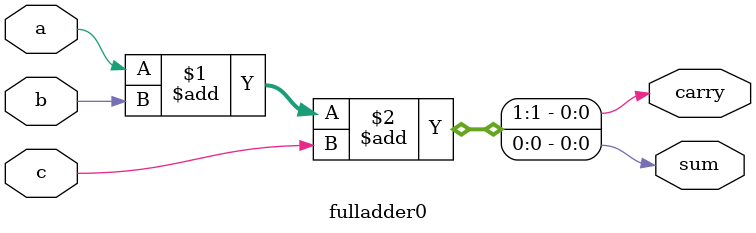
<source format=v>
module fulladder0
(
output wire sum,carry,
input wire a,b,c
);
assign {carry,sum}=a+b+c;
endmodule
</source>
